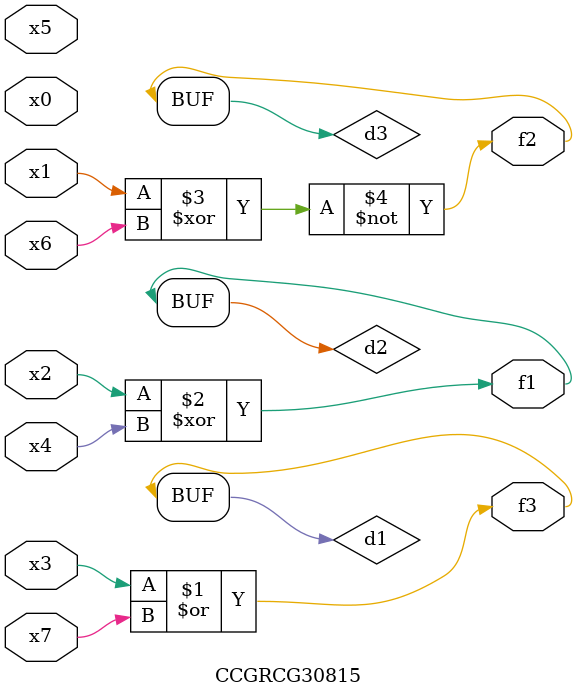
<source format=v>
module CCGRCG30815(
	input x0, x1, x2, x3, x4, x5, x6, x7,
	output f1, f2, f3
);

	wire d1, d2, d3;

	or (d1, x3, x7);
	xor (d2, x2, x4);
	xnor (d3, x1, x6);
	assign f1 = d2;
	assign f2 = d3;
	assign f3 = d1;
endmodule

</source>
